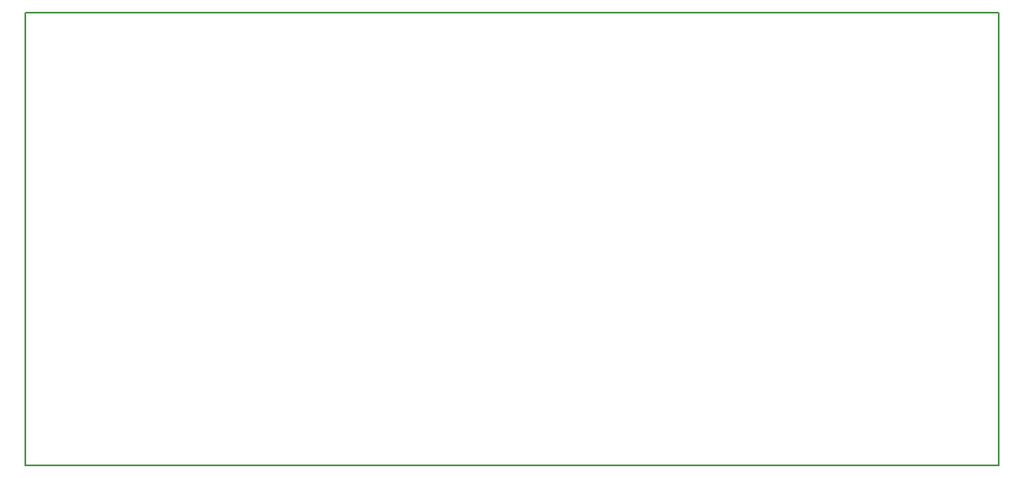
<source format=gm1>
G04 Layer_Color=16711935*
%FSLAX24Y24*%
%MOIN*%
G70*
G01*
G75*
%ADD18C,0.0079*%
D18*
X453Y551D02*
Y18465D01*
X38927D01*
Y551D02*
Y18465D01*
X453Y551D02*
X38927D01*
X453D02*
Y18465D01*
X38927D01*
Y551D02*
Y18465D01*
X453Y551D02*
X38927D01*
M02*

</source>
